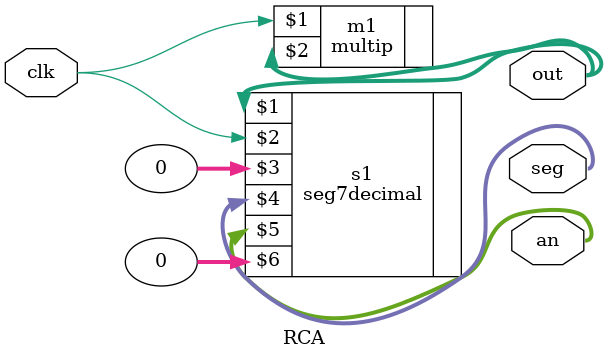
<source format=v>
`timescale 1ns / 1ps

module RCA(out,clk,an,seg);
    input clk;
	output [8:0]out;
	output [3:0]an;  //what about this??
	output [6:0] seg;   //this wont change
	wire dp;
	multip m1(clk,out);
	seg7decimal s1(out,clk,0,seg,an,0);
endmodule
</source>
